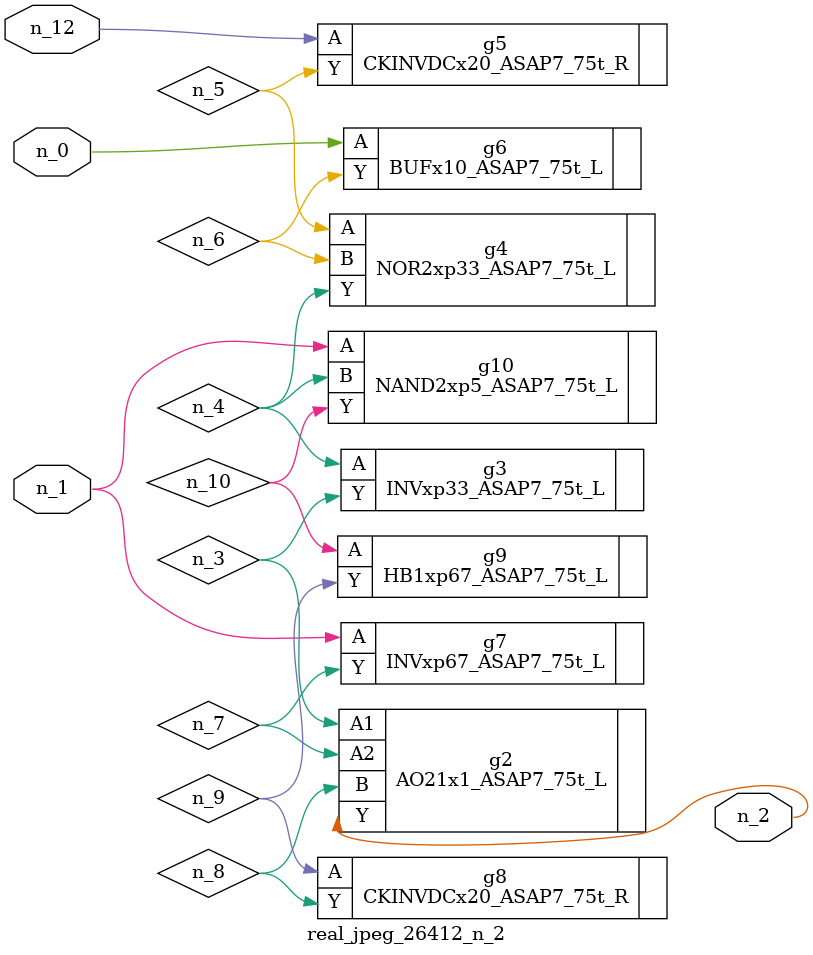
<source format=v>
module real_jpeg_26412_n_2 (n_12, n_1, n_0, n_2);

input n_12;
input n_1;
input n_0;

output n_2;

wire n_5;
wire n_4;
wire n_8;
wire n_6;
wire n_7;
wire n_3;
wire n_10;
wire n_9;

BUFx10_ASAP7_75t_L g6 ( 
.A(n_0),
.Y(n_6)
);

INVxp67_ASAP7_75t_L g7 ( 
.A(n_1),
.Y(n_7)
);

NAND2xp5_ASAP7_75t_L g10 ( 
.A(n_1),
.B(n_4),
.Y(n_10)
);

AO21x1_ASAP7_75t_L g2 ( 
.A1(n_3),
.A2(n_7),
.B(n_8),
.Y(n_2)
);

INVxp33_ASAP7_75t_L g3 ( 
.A(n_4),
.Y(n_3)
);

NOR2xp33_ASAP7_75t_L g4 ( 
.A(n_5),
.B(n_6),
.Y(n_4)
);

CKINVDCx20_ASAP7_75t_R g8 ( 
.A(n_9),
.Y(n_8)
);

HB1xp67_ASAP7_75t_L g9 ( 
.A(n_10),
.Y(n_9)
);

CKINVDCx20_ASAP7_75t_R g5 ( 
.A(n_12),
.Y(n_5)
);


endmodule
</source>
